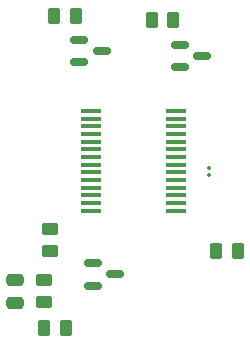
<source format=gtp>
G04 #@! TF.GenerationSoftware,KiCad,Pcbnew,9.0.2*
G04 #@! TF.CreationDate,2025-07-08T18:24:21-03:00*
G04 #@! TF.ProjectId,BottomBoardCam,426f7474-6f6d-4426-9f61-726443616d2e,rev?*
G04 #@! TF.SameCoordinates,Original*
G04 #@! TF.FileFunction,Paste,Top*
G04 #@! TF.FilePolarity,Positive*
%FSLAX46Y46*%
G04 Gerber Fmt 4.6, Leading zero omitted, Abs format (unit mm)*
G04 Created by KiCad (PCBNEW 9.0.2) date 2025-07-08 18:24:21*
%MOMM*%
%LPD*%
G01*
G04 APERTURE LIST*
G04 Aperture macros list*
%AMRoundRect*
0 Rectangle with rounded corners*
0 $1 Rounding radius*
0 $2 $3 $4 $5 $6 $7 $8 $9 X,Y pos of 4 corners*
0 Add a 4 corners polygon primitive as box body*
4,1,4,$2,$3,$4,$5,$6,$7,$8,$9,$2,$3,0*
0 Add four circle primitives for the rounded corners*
1,1,$1+$1,$2,$3*
1,1,$1+$1,$4,$5*
1,1,$1+$1,$6,$7*
1,1,$1+$1,$8,$9*
0 Add four rect primitives between the rounded corners*
20,1,$1+$1,$2,$3,$4,$5,0*
20,1,$1+$1,$4,$5,$6,$7,0*
20,1,$1+$1,$6,$7,$8,$9,0*
20,1,$1+$1,$8,$9,$2,$3,0*%
G04 Aperture macros list end*
%ADD10RoundRect,0.250000X0.475000X-0.250000X0.475000X0.250000X-0.475000X0.250000X-0.475000X-0.250000X0*%
%ADD11RoundRect,0.250000X-0.450000X0.262500X-0.450000X-0.262500X0.450000X-0.262500X0.450000X0.262500X0*%
%ADD12RoundRect,0.250000X0.262500X0.450000X-0.262500X0.450000X-0.262500X-0.450000X0.262500X-0.450000X0*%
%ADD13RoundRect,0.250000X-0.262500X-0.450000X0.262500X-0.450000X0.262500X0.450000X-0.262500X0.450000X0*%
%ADD14RoundRect,0.150000X-0.587500X-0.150000X0.587500X-0.150000X0.587500X0.150000X-0.587500X0.150000X0*%
%ADD15RoundRect,0.067500X0.067500X-0.067500X0.067500X0.067500X-0.067500X0.067500X-0.067500X-0.067500X0*%
%ADD16R,1.750000X0.450000*%
G04 APERTURE END LIST*
D10*
X146500000Y-97900000D03*
X146500000Y-96000000D03*
D11*
X149000000Y-97825000D03*
X149000000Y-96000000D03*
D12*
X149000000Y-100000000D03*
X150825000Y-100000000D03*
D13*
X163587500Y-93500000D03*
X165412500Y-93500000D03*
D14*
X160500000Y-76050000D03*
X160500000Y-77950000D03*
X162375000Y-77000000D03*
D15*
X163000000Y-87050000D03*
X163000000Y-86500000D03*
D13*
X158112500Y-74000000D03*
X159937500Y-74000000D03*
D14*
X153125000Y-94550000D03*
X153125000Y-96450000D03*
X155000000Y-95500000D03*
X152000000Y-75650000D03*
X152000000Y-77550000D03*
X153875000Y-76600000D03*
D13*
X149850000Y-73650000D03*
X151675000Y-73650000D03*
D11*
X149500000Y-91675000D03*
X149500000Y-93500000D03*
D16*
X152970000Y-81655000D03*
X152970000Y-82305000D03*
X152970000Y-82955000D03*
X152970000Y-83605000D03*
X152970000Y-84255000D03*
X152970000Y-84905000D03*
X152970000Y-85555000D03*
X152970000Y-86205000D03*
X152970000Y-86855000D03*
X152970000Y-87505000D03*
X152970000Y-88155000D03*
X152970000Y-88805000D03*
X152970000Y-89455000D03*
X152970000Y-90105000D03*
X160170000Y-90105000D03*
X160170000Y-89455000D03*
X160170000Y-88805000D03*
X160170000Y-88155000D03*
X160170000Y-87505000D03*
X160170000Y-86855000D03*
X160170000Y-86205000D03*
X160170000Y-85555000D03*
X160170000Y-84905000D03*
X160170000Y-84255000D03*
X160170000Y-83605000D03*
X160170000Y-82955000D03*
X160170000Y-82305000D03*
X160170000Y-81655000D03*
M02*

</source>
